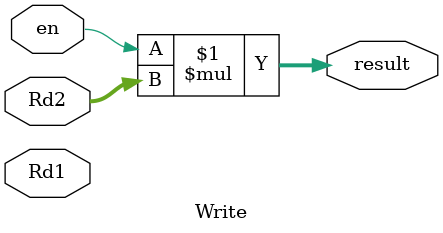
<source format=v>
`timescale 1ns / 1ps


module Write(
    input en,
    input [3:0]Rd1,
    input [3:0]Rd2,
    output [3:0]result
    );
    
    assign result = (en) * (Rd2);       // writeÀÇ °æ¿ì, enable ½ÅÈ£ ÀÎ°¡½Ã, Rd2 data write
    
endmodule

</source>
